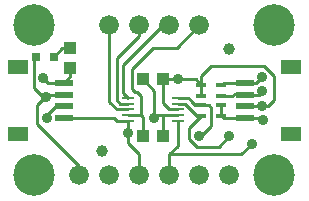
<source format=gbr>
G04 EAGLE Gerber RS-274X export*
G75*
%MOMM*%
%FSLAX34Y34*%
%LPD*%
%INTop Copper*%
%IPPOS*%
%AMOC8*
5,1,8,0,0,1.08239X$1,22.5*%
G01*
%ADD10R,1.075000X1.000000*%
%ADD11C,1.676400*%
%ADD12R,1.000000X0.250000*%
%ADD13C,3.516000*%
%ADD14R,1.550000X0.600000*%
%ADD15R,1.800000X1.200000*%
%ADD16R,0.900000X0.450000*%
%ADD17C,1.000000*%
%ADD18R,0.800000X0.800000*%
%ADD19R,1.000000X1.075000*%
%ADD20C,0.254000*%
%ADD21C,0.906400*%


D10*
X134230Y106680D03*
X117230Y106680D03*
X117230Y58420D03*
X134230Y58420D03*
D11*
X88900Y152400D03*
X114300Y152400D03*
X139700Y152400D03*
X165100Y152400D03*
X63500Y25400D03*
X88900Y25400D03*
X114300Y25400D03*
X139700Y25400D03*
X165100Y25400D03*
X190500Y25400D03*
D12*
X146861Y71280D03*
X146861Y76280D03*
X146861Y81280D03*
X146861Y86280D03*
X146861Y91280D03*
X104599Y91280D03*
X104599Y86280D03*
X104599Y81280D03*
X104599Y76280D03*
X104599Y71280D03*
D13*
X25400Y152400D03*
X228600Y152400D03*
D14*
X203460Y83900D03*
X203460Y93900D03*
X203460Y73900D03*
X203460Y103900D03*
D15*
X242460Y60900D03*
X242460Y116900D03*
D14*
X50540Y93900D03*
X50540Y83900D03*
X50540Y103900D03*
X50540Y73900D03*
D15*
X11540Y116900D03*
X11540Y60900D03*
D16*
X166760Y75900D03*
X183760Y75900D03*
X166760Y84900D03*
X166760Y92900D03*
X166760Y101900D03*
X183760Y101900D03*
X183760Y84900D03*
X183760Y92900D03*
D17*
X82550Y46355D03*
X190500Y132461D03*
D13*
X25400Y25400D03*
X228600Y25400D03*
D18*
X41790Y125730D03*
X26790Y125730D03*
D19*
X55880Y132960D03*
X55880Y115960D03*
D20*
X104599Y76280D02*
X115490Y76280D01*
X117230Y74540D02*
X117230Y58420D01*
X117230Y74540D02*
X115490Y76280D01*
X115490Y92790D01*
X112442Y95838D01*
X110487Y95838D01*
X107950Y98375D02*
X107950Y115570D01*
X125730Y133350D01*
X146050Y133350D02*
X165100Y152400D01*
X110487Y95838D02*
X107950Y98375D01*
X125730Y133350D02*
X146050Y133350D01*
X146861Y76280D02*
X133270Y76280D01*
X127000Y76280D01*
X127000Y73660D01*
D21*
X127000Y73660D03*
D20*
X134230Y75320D02*
X134230Y58420D01*
X134230Y75320D02*
X133270Y76280D01*
X127000Y96910D02*
X117230Y106680D01*
X127000Y96910D02*
X127000Y73660D01*
X50540Y103900D02*
X37070Y103900D01*
X33020Y107950D01*
D21*
X33020Y107950D03*
D20*
X183760Y84900D02*
X183760Y75900D01*
X185760Y73900D01*
X203460Y73900D01*
X217949Y73900D01*
X219125Y72724D01*
D21*
X219125Y72724D03*
D20*
X55880Y109240D02*
X55880Y115960D01*
X55880Y109240D02*
X50540Y103900D01*
X104599Y71280D02*
X104599Y60960D01*
X104599Y52881D01*
X114300Y43180D02*
X114300Y25400D01*
X114300Y43180D02*
X104599Y52881D01*
X92470Y73900D02*
X50540Y73900D01*
X92470Y73900D02*
X95250Y71120D01*
X104439Y71120D01*
X104599Y71280D01*
X183760Y101900D02*
X185760Y103900D01*
X203460Y103900D01*
D21*
X104599Y60960D03*
X217754Y108987D03*
D20*
X212668Y103900D01*
X203460Y103900D01*
X146861Y71280D02*
X146861Y50341D01*
X139700Y43180D02*
X139700Y25400D01*
X139700Y43180D02*
X146861Y50341D01*
X183760Y92900D02*
X193230Y92900D01*
X194310Y93980D01*
X203380Y93980D01*
X203460Y93900D01*
X50540Y83900D02*
X43474Y83900D01*
X35774Y76200D01*
X35774Y73660D01*
D21*
X35774Y73660D03*
D20*
X203460Y93900D02*
X215820Y93900D01*
X218440Y96520D01*
D21*
X218440Y96520D03*
X209550Y52070D03*
D20*
X200660Y43180D02*
X139700Y43180D01*
X200660Y43180D02*
X209550Y52070D01*
X134230Y86750D02*
X134230Y106680D01*
X134230Y86750D02*
X139700Y81280D01*
X146861Y81280D01*
X166760Y92900D02*
X166760Y101900D01*
X147320Y106680D02*
X134230Y106680D01*
X147320Y106680D02*
X161980Y106680D01*
X166760Y101900D01*
X50540Y93900D02*
X36750Y93900D01*
X33655Y90805D02*
X27940Y85090D01*
X33655Y90805D02*
X34925Y92075D01*
X27940Y85090D02*
X27940Y68580D01*
X63500Y33020D01*
X63500Y25400D01*
D21*
X218440Y83820D03*
D20*
X203540Y83820D01*
X203460Y83900D01*
X166760Y101900D02*
X166760Y109610D01*
X175260Y118110D02*
X219710Y118110D01*
X228600Y109220D01*
X228600Y88900D01*
X223520Y83820D01*
X218440Y83820D01*
X175260Y118110D02*
X166760Y109610D01*
X36750Y93900D02*
X34925Y92075D01*
D21*
X34925Y92075D03*
X147320Y106680D03*
D20*
X25400Y104491D02*
X25186Y104705D01*
X25186Y124126D02*
X26790Y125730D01*
X25186Y124126D02*
X25186Y104705D01*
X25400Y99060D02*
X33655Y90805D01*
X25400Y99060D02*
X25400Y104491D01*
X157703Y88898D02*
X157703Y88677D01*
X155321Y91280D02*
X146861Y91280D01*
X155321Y91280D02*
X157703Y88898D01*
X161480Y84900D02*
X166760Y84900D01*
X161480Y84900D02*
X157703Y88677D01*
X166760Y84900D02*
X172910Y84900D01*
X175260Y82550D01*
X175260Y67310D02*
X166370Y58420D01*
X165100Y58420D01*
X175260Y67310D02*
X175260Y82550D01*
D21*
X165100Y58420D03*
D20*
X164131Y74930D02*
X152781Y86280D01*
X146861Y86280D01*
X164131Y74930D02*
X165790Y74930D01*
X166760Y75900D01*
X156210Y65350D01*
X156210Y56231D02*
X162911Y49530D01*
X156210Y56231D02*
X156210Y65350D01*
X181356Y49530D02*
X190246Y58420D01*
D21*
X190246Y58420D03*
D20*
X181356Y49530D02*
X162911Y49530D01*
X100789Y95090D02*
X100789Y118569D01*
X100789Y95090D02*
X104599Y91280D01*
X100789Y118569D02*
X134620Y152400D01*
X139700Y152400D01*
X104599Y86280D02*
X97870Y86280D01*
X95250Y88900D01*
X95250Y124460D01*
X114300Y143510D02*
X114300Y152400D01*
X114300Y143510D02*
X95250Y124460D01*
X88900Y152400D02*
X88900Y87630D01*
X95250Y81280D01*
X104599Y81280D01*
X49020Y132960D02*
X41790Y125730D01*
X49020Y132960D02*
X55880Y132960D01*
M02*

</source>
